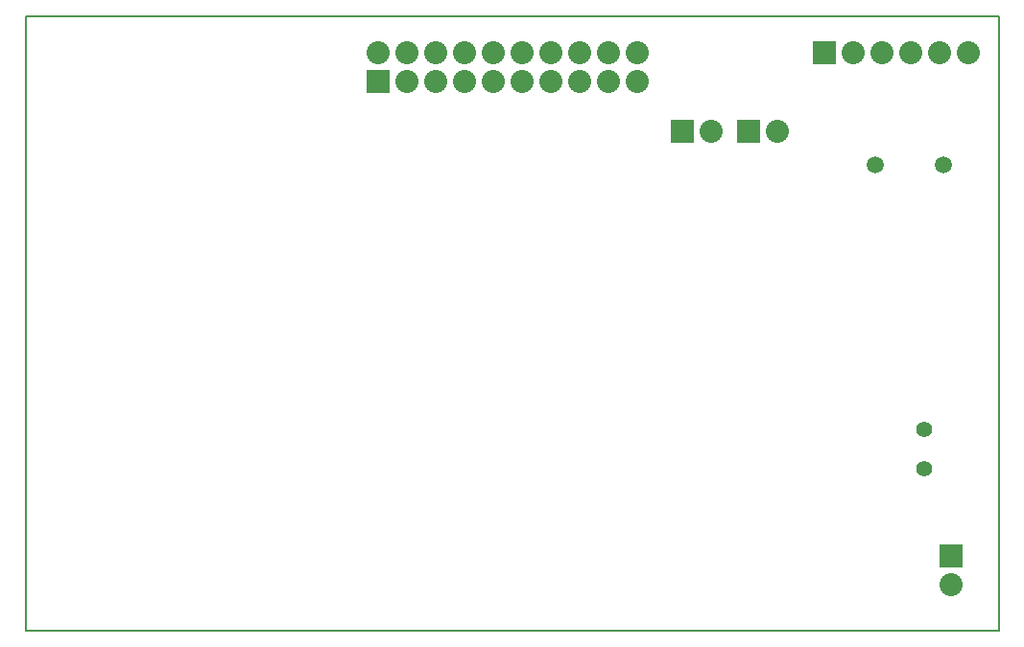
<source format=gbs>
G04 (created by PCBNEW-RS274X (2011-06-08)-testing) date Do 23 Jun 2011 00:18:01 CEST*
G01*
G70*
G90*
%MOIN*%
G04 Gerber Fmt 3.4, Leading zero omitted, Abs format*
%FSLAX34Y34*%
G04 APERTURE LIST*
%ADD10C,0.006000*%
%ADD11C,0.008000*%
%ADD12C,0.059400*%
%ADD13R,0.080000X0.080000*%
%ADD14C,0.080000*%
%ADD15C,0.055400*%
G04 APERTURE END LIST*
G54D10*
G54D11*
X14450Y-56300D02*
X14450Y-34950D01*
X48250Y-56300D02*
X14450Y-56300D01*
X48250Y-34950D02*
X48250Y-56300D01*
X15250Y-34950D02*
X48250Y-34950D01*
X14450Y-34950D02*
X15250Y-34950D01*
G54D12*
X46331Y-40100D03*
X43969Y-40100D03*
G54D13*
X26700Y-37200D03*
G54D14*
X26700Y-36200D03*
X27700Y-37200D03*
X27700Y-36200D03*
X28700Y-37200D03*
X28700Y-36200D03*
X29700Y-37200D03*
X29700Y-36200D03*
X30700Y-37200D03*
X30700Y-36200D03*
X31700Y-37200D03*
X31700Y-36200D03*
X32700Y-37200D03*
X32700Y-36200D03*
X33700Y-37200D03*
X33700Y-36200D03*
X34700Y-37200D03*
X34700Y-36200D03*
X35700Y-37200D03*
X35700Y-36200D03*
G54D13*
X37250Y-38950D03*
G54D14*
X38250Y-38950D03*
G54D13*
X39550Y-38950D03*
G54D14*
X40550Y-38950D03*
G54D13*
X46600Y-53700D03*
G54D14*
X46600Y-54700D03*
G54D13*
X42200Y-36200D03*
G54D14*
X43200Y-36200D03*
X44200Y-36200D03*
X45200Y-36200D03*
X46200Y-36200D03*
X47200Y-36200D03*
G54D15*
X45650Y-50689D03*
X45650Y-49311D03*
M02*

</source>
